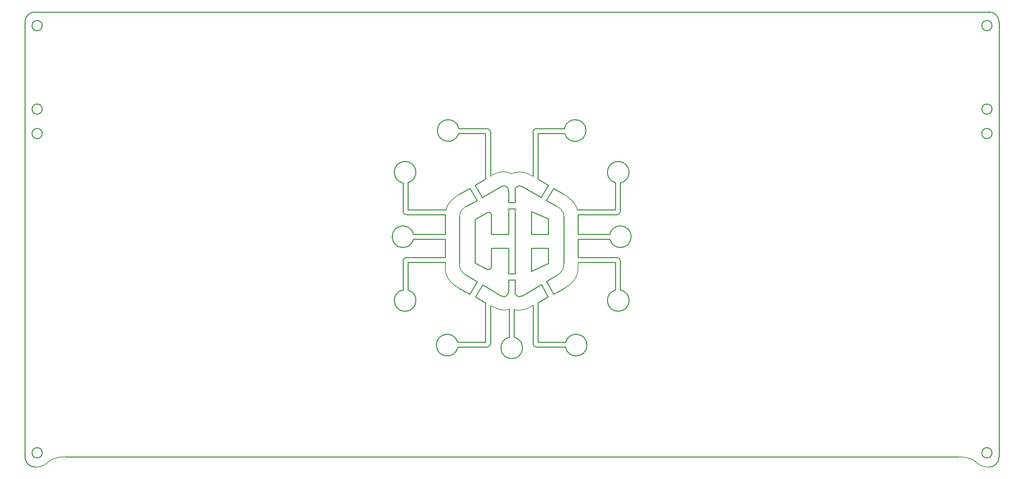
<source format=gbr>
%TF.GenerationSoftware,KiCad,Pcbnew,(5.99.0-10540-g55c1d814f9)*%
%TF.CreationDate,2021-05-27T21:14:22+02:00*%
%TF.ProjectId,plate-bottom,706c6174-652d-4626-9f74-746f6d2e6b69,1.0*%
%TF.SameCoordinates,Original*%
%TF.FileFunction,Profile,NP*%
%FSLAX46Y46*%
G04 Gerber Fmt 4.6, Leading zero omitted, Abs format (unit mm)*
G04 Created by KiCad (PCBNEW (5.99.0-10540-g55c1d814f9)) date 2021-05-27 21:14:22*
%MOMM*%
%LPD*%
G01*
G04 APERTURE LIST*
%TA.AperFunction,Profile*%
%ADD10C,0.250000*%
%TD*%
%ADD11C,0.200000*%
G04 APERTURE END LIST*
D10*
X154535212Y-97395153D02*
X158606412Y-95451796D01*
D11*
X32958750Y-145375000D02*
X33274011Y-145367828D01*
X33564829Y-145346923D01*
X33833124Y-145313201D01*
X34080820Y-145267578D01*
X34309839Y-145210968D01*
X34522104Y-145144287D01*
X34719537Y-145068450D01*
X34904062Y-144984375D01*
X35242075Y-144795166D01*
X35551523Y-144583984D01*
X35847788Y-144358154D01*
X36146250Y-144125000D01*
X36462290Y-143891845D01*
X36631708Y-143777557D01*
X36811289Y-143666015D01*
X37002954Y-143558135D01*
X37208627Y-143454833D01*
X37430231Y-143357025D01*
X37669687Y-143265625D01*
X37928919Y-143181549D01*
X38209848Y-143105712D01*
X38514398Y-143039031D01*
X38844492Y-142982421D01*
X39202051Y-142936798D01*
X39588999Y-142903076D01*
X40007257Y-142882171D01*
X40458750Y-142875000D01*
D10*
X165922118Y-94039603D02*
X165922118Y-89532812D01*
D11*
X162429243Y-101621985D02*
X162685101Y-101478397D01*
X162930260Y-101332940D01*
X163164841Y-101185442D01*
X163388969Y-101035727D01*
X163602767Y-100883623D01*
X163806358Y-100728956D01*
X163999867Y-100571552D01*
X164183417Y-100411239D01*
X164357131Y-100247842D01*
X164521132Y-100081188D01*
X164675546Y-99911104D01*
X164820494Y-99737415D01*
X164956101Y-99559949D01*
X165082490Y-99378533D01*
X165199785Y-99192991D01*
X165308110Y-99003152D01*
X165407587Y-98808841D01*
X165498340Y-98609885D01*
X165580494Y-98406110D01*
X165654171Y-98197344D01*
X165719496Y-97983411D01*
X165776591Y-97764140D01*
X165825580Y-97539356D01*
X165866587Y-97308886D01*
X165899736Y-97072556D01*
X165925150Y-96830193D01*
X165942952Y-96581624D01*
X165953267Y-96326674D01*
X165956217Y-96065170D01*
X165951926Y-95796940D01*
X165940519Y-95521808D01*
X165922118Y-95239603D01*
D10*
X150473331Y-102516478D02*
X150473331Y-99516478D01*
X175084401Y-75715586D02*
X175084401Y-82336604D01*
D11*
X154876760Y-74124757D02*
X154701073Y-74014673D01*
X154522899Y-73911035D01*
X154342577Y-73813795D01*
X154160449Y-73722905D01*
X153976855Y-73638318D01*
X153792137Y-73559985D01*
X153420693Y-73421895D01*
X153048844Y-73308252D01*
X152679318Y-73218675D01*
X152314844Y-73152783D01*
X151958150Y-73110194D01*
X151611964Y-73090528D01*
X151279014Y-73093403D01*
X150962028Y-73118437D01*
X150663735Y-73165250D01*
X150386862Y-73233460D01*
X150134139Y-73322685D01*
X149908293Y-73432545D01*
X149712052Y-73562658D01*
D10*
X144466408Y-74124757D02*
X144466408Y-63237788D01*
X156076760Y-63637788D02*
X162667414Y-63637788D01*
X154876760Y-63237788D02*
G75*
G02*
X155676760Y-62437788I800000J0D01*
G01*
D11*
X162489107Y-95451796D02*
X162480971Y-95738141D01*
X162453637Y-96025759D01*
X162402712Y-96313379D01*
X162323807Y-96599734D01*
X162253490Y-96789306D01*
X162167484Y-96977376D01*
X162064489Y-97163566D01*
X161943202Y-97347501D01*
X161802324Y-97528804D01*
X161640553Y-97707100D01*
X161456587Y-97882012D01*
X161249126Y-98053165D01*
X161016869Y-98220181D01*
X160758515Y-98382686D01*
D10*
X123858767Y-83536604D02*
G75*
G02*
X123058767Y-82736604I0J800000D01*
G01*
D11*
X133421051Y-95239603D02*
X133402649Y-95521808D01*
X133391241Y-95796940D01*
X133386951Y-96065170D01*
X133389901Y-96326674D01*
X133400215Y-96581624D01*
X133418018Y-96830193D01*
X133443431Y-97072556D01*
X133476580Y-97308886D01*
X133517587Y-97539356D01*
X133566577Y-97764140D01*
X133623672Y-97983411D01*
X133688996Y-98197344D01*
X133762673Y-98406110D01*
X133844827Y-98609885D01*
X133935581Y-98808841D01*
X134035058Y-99003152D01*
X134143382Y-99192991D01*
X134260677Y-99378533D01*
X134387066Y-99559949D01*
X134522673Y-99737415D01*
X134667622Y-99911104D01*
X134822035Y-100081188D01*
X134986037Y-100247842D01*
X135159751Y-100411239D01*
X135343300Y-100571552D01*
X135536809Y-100728956D01*
X135740401Y-100883623D01*
X135954199Y-101035727D01*
X136178327Y-101185442D01*
X136412908Y-101332940D01*
X136658066Y-101478397D01*
X136913926Y-101621985D01*
D10*
X133421051Y-89532812D02*
X133421051Y-94039603D01*
X148869838Y-82075790D02*
X148869838Y-88332812D01*
X136675754Y-63637788D02*
G75*
G02*
X136731259Y-62437788I-2550524J719256D01*
G01*
X123058767Y-94839603D02*
X123058767Y-101961077D01*
X125639949Y-89532812D02*
X133421051Y-89532812D01*
X144712379Y-88332812D02*
X144712379Y-83637669D01*
X267308749Y-37227001D02*
G75*
G03*
X267308749Y-37227001I-1250000J0D01*
G01*
X162900239Y-114778400D02*
X156080913Y-114778400D01*
X124258767Y-102000721D02*
X124258767Y-95239603D01*
X156076760Y-74812791D02*
X156076760Y-63637788D01*
X133606616Y-82336604D02*
X124258767Y-82336604D01*
X156080913Y-105089830D02*
X158596880Y-103715456D01*
X148869838Y-102516478D02*
G75*
G02*
X147211549Y-103464272I-1100000J0D01*
G01*
X158169395Y-80016198D02*
X160758515Y-81469244D01*
X141173773Y-80016198D02*
X139438553Y-77058560D01*
X165922118Y-88332812D02*
X165922118Y-83536604D01*
X155680913Y-115978400D02*
G75*
G02*
X154880913Y-115178400I0J800000D01*
G01*
X32958750Y-33875001D02*
X266558749Y-33875001D01*
X150473331Y-82075790D02*
X148869838Y-82075790D01*
X175084401Y-82336604D02*
X165736552Y-82336604D01*
X176284401Y-101961076D02*
G75*
G02*
X175084401Y-102000721I-514774J-2599521D01*
G01*
X162611909Y-62437788D02*
G75*
G02*
X162667414Y-63637788I2606029J-480744D01*
G01*
X123058767Y-75755231D02*
G75*
G02*
X124258767Y-75715586I514774J2599521D01*
G01*
X124258767Y-102000722D02*
G75*
G02*
X123058767Y-101961077I-685226J-2559875D01*
G01*
X142482096Y-79281950D02*
X147231488Y-76616530D01*
X148869838Y-88332812D02*
X144712379Y-88332812D01*
X136854062Y-95451796D02*
X136854062Y-83912584D01*
X141229424Y-99940561D02*
X138584654Y-98382686D01*
X154535212Y-82736604D02*
X154535212Y-88332812D01*
X123058767Y-75755231D02*
X123058767Y-82736604D01*
D11*
X160758515Y-81469244D02*
X160943493Y-81579572D01*
X161121289Y-81698698D01*
X161291246Y-81825947D01*
X161452710Y-81960645D01*
X161605024Y-82102118D01*
X161747533Y-82249691D01*
X161879581Y-82402689D01*
X162056605Y-82640886D01*
X162206405Y-82887497D01*
X162326768Y-83140249D01*
X162415481Y-83396864D01*
X162470331Y-83655068D01*
X162489107Y-83912584D01*
D10*
X136913926Y-101621985D02*
X139429548Y-102996171D01*
X155680913Y-115978400D02*
X162848834Y-115978400D01*
D11*
X259058749Y-142875000D02*
X259510241Y-142882171D01*
X259928499Y-142903076D01*
X260315447Y-142936798D01*
X260673006Y-142982421D01*
X261003100Y-143039031D01*
X261307650Y-143105712D01*
X261588579Y-143181549D01*
X261847811Y-143265625D01*
X262087267Y-143357025D01*
X262308871Y-143454833D01*
X262514544Y-143558135D01*
X262706209Y-143666015D01*
X262885790Y-143777557D01*
X263055208Y-143891845D01*
X263371249Y-144125000D01*
X263669710Y-144358154D01*
X263965975Y-144583984D01*
X264275423Y-144795166D01*
X264613436Y-144984375D01*
X264797961Y-145068450D01*
X264995394Y-145144287D01*
X265207659Y-145210968D01*
X265436678Y-145267578D01*
X265684374Y-145313201D01*
X265952669Y-145346923D01*
X266243487Y-145367828D01*
X266558749Y-145375000D01*
D10*
X150473330Y-77575791D02*
G75*
G02*
X152111680Y-76616530I1100001J0D01*
G01*
X150271584Y-113561428D02*
G75*
G02*
X149071584Y-113565469I-591308J-2583187D01*
G01*
X133421051Y-88332812D02*
X125639949Y-88332812D01*
X136494334Y-115978400D02*
X143662255Y-115978400D01*
X142521871Y-100701864D02*
X140746634Y-103715644D01*
X266558749Y-33875001D02*
G75*
G02*
X269058749Y-36375001I0J-2500000D01*
G01*
X162438697Y-78545284D02*
X159904616Y-77058560D01*
X143262255Y-105089830D02*
X143262255Y-114778400D01*
X124258767Y-82336604D02*
X124258767Y-75715586D01*
X149071584Y-106668965D02*
X149071584Y-113565469D01*
X143666408Y-62437788D02*
G75*
G02*
X144466408Y-63237788I0J-800000D01*
G01*
X165922118Y-83536604D02*
X175484401Y-83536604D01*
X156861073Y-79281950D02*
X158610842Y-76299515D01*
X143266408Y-63637788D02*
X143266408Y-74812791D01*
D11*
X136904471Y-78545284D02*
X136574408Y-78745490D01*
X136260262Y-78949665D01*
X135962164Y-79158009D01*
X135680244Y-79370720D01*
X135414633Y-79587999D01*
X135165461Y-79810045D01*
X134932860Y-80037057D01*
X134716958Y-80269236D01*
X134517887Y-80506780D01*
X134335777Y-80749890D01*
X134170760Y-80998765D01*
X134022964Y-81253605D01*
X133892522Y-81514609D01*
X133779562Y-81781977D01*
X133684217Y-82055909D01*
X133606616Y-82336604D01*
D10*
X150473331Y-80575790D02*
X150473331Y-77575791D01*
X34708750Y-57675001D02*
G75*
G03*
X34708750Y-57675001I-1250000J0D01*
G01*
X176284401Y-101961077D02*
X176284401Y-94839603D01*
X152111680Y-76616530D02*
X156861073Y-79281950D01*
X136675754Y-63637788D02*
X143266408Y-63637788D01*
X158212300Y-99882508D02*
X159913276Y-102996360D01*
X140732326Y-76299515D02*
X142482096Y-79281950D01*
X144712379Y-91732414D02*
X148869838Y-91732414D01*
X269058749Y-142875000D02*
G75*
G02*
X266558749Y-145375000I-2500000J0D01*
G01*
X148869838Y-98016478D02*
X150473331Y-98016478D01*
X40458750Y-142875000D02*
X259058749Y-142875000D01*
X150271584Y-113561428D02*
X150271584Y-106752505D01*
X176284401Y-82736604D02*
X176284401Y-75755231D01*
X123058767Y-94839603D02*
G75*
G02*
X123858767Y-94039603I800000J0D01*
G01*
X148869838Y-99516478D02*
X148869838Y-102516478D01*
X154535212Y-88332812D02*
X158606412Y-88332812D01*
X162489107Y-83912584D02*
X162489107Y-95451796D01*
D11*
X138584654Y-98382686D02*
X138326299Y-98220181D01*
X138094042Y-98053165D01*
X137886581Y-97882012D01*
X137702615Y-97707100D01*
X137540844Y-97528804D01*
X137399966Y-97347501D01*
X137278679Y-97163566D01*
X137175684Y-96977376D01*
X137089678Y-96789306D01*
X137019361Y-96599734D01*
X136940456Y-96313379D01*
X136889531Y-96025759D01*
X136862197Y-95738141D01*
X136854062Y-95451796D01*
D10*
X124258767Y-95239603D02*
X133421051Y-95239603D01*
X154535212Y-91732414D02*
X154535212Y-97395153D01*
D11*
X150271584Y-106752505D02*
X150546820Y-106848035D01*
X150755166Y-106894683D01*
X150981982Y-106926786D01*
X151226055Y-106943559D01*
X151486172Y-106944218D01*
X151761119Y-106927982D01*
X152049684Y-106894064D01*
X152350655Y-106841683D01*
X152662817Y-106770054D01*
X152984958Y-106678393D01*
X153315866Y-106565917D01*
X153654327Y-106431842D01*
X153999129Y-106275385D01*
X154349058Y-106095761D01*
X154525566Y-105997017D01*
X154702902Y-105892187D01*
X154880913Y-105781175D01*
D10*
X154880913Y-105781175D02*
X154880913Y-115178400D01*
X158606412Y-88332812D02*
X158606412Y-84533178D01*
D11*
X136854062Y-83912584D02*
X136872837Y-83655068D01*
X136927687Y-83396864D01*
X137016400Y-83140249D01*
X137136763Y-82887497D01*
X137286563Y-82640886D01*
X137463587Y-82402689D01*
X137595635Y-82249691D01*
X137738144Y-82102118D01*
X137890458Y-81960645D01*
X138051922Y-81825947D01*
X138221879Y-81698698D01*
X138399675Y-81579572D01*
X138584654Y-81469244D01*
D10*
X133421051Y-94039603D02*
X123858767Y-94039603D01*
X173703219Y-88332812D02*
X165922118Y-88332812D01*
X158610842Y-76299515D02*
X156076760Y-74812791D01*
X165922118Y-89532812D02*
X173703219Y-89532812D01*
X158606412Y-91732414D02*
X154535212Y-91732414D01*
X150473331Y-99516478D02*
X148869838Y-99516478D01*
X154876760Y-63237788D02*
X154876760Y-74124757D01*
X176284401Y-82736604D02*
G75*
G02*
X175484401Y-83536604I-800000J0D01*
G01*
X148869838Y-77575791D02*
X148869838Y-80575790D01*
X140746634Y-103715644D02*
X143262255Y-105089830D01*
X34708750Y-63675001D02*
G75*
G03*
X34708750Y-63675001I-1250000J0D01*
G01*
X148869838Y-91732414D02*
X148869838Y-98016478D01*
X138584654Y-81469244D02*
X141173773Y-80016198D01*
X147211549Y-103464272D02*
X142521871Y-100701864D01*
X139438553Y-77058560D02*
X136904471Y-78545284D01*
D11*
X144462255Y-105781175D02*
X144816511Y-105944020D01*
X145149937Y-106098749D01*
X145465107Y-106244035D01*
X145764593Y-106378548D01*
X146050967Y-106500960D01*
X146326803Y-106609943D01*
X146594674Y-106704170D01*
X146857152Y-106782310D01*
X147116810Y-106843037D01*
X147376221Y-106885022D01*
X147637959Y-106906936D01*
X147904595Y-106907452D01*
X148178702Y-106885241D01*
X148462854Y-106838975D01*
X148759624Y-106767326D01*
X149071584Y-106668965D01*
D10*
X158606412Y-84533178D02*
X154535212Y-82736604D01*
X143666408Y-62437788D02*
X136731259Y-62437788D01*
X123858767Y-83536604D02*
X133421051Y-83536604D01*
X143262255Y-114778400D02*
X136442930Y-114778400D01*
X160758515Y-98382686D02*
X158212300Y-99882508D01*
X156080913Y-114778400D02*
X156080913Y-105089830D01*
X158606412Y-95451796D02*
X158606412Y-91732414D01*
X159904616Y-77058560D02*
X158169395Y-80016198D01*
X148869838Y-80575790D02*
X150473331Y-80575790D01*
X267308749Y-57675001D02*
G75*
G03*
X267308749Y-57675001I-1250000J0D01*
G01*
X143266408Y-74812791D02*
X140732326Y-76299515D01*
X133421051Y-83536604D02*
X133421051Y-88332812D01*
X139429548Y-102996171D02*
X141229424Y-99940561D01*
X34708750Y-37227001D02*
G75*
G03*
X34708750Y-37227001I-1250000J0D01*
G01*
X269058749Y-36375001D02*
X269058749Y-142875000D01*
X175484401Y-94039603D02*
G75*
G02*
X176284401Y-94839603I0J-800000D01*
G01*
X144462255Y-115178400D02*
X144462255Y-105781175D01*
X175084401Y-95239603D02*
X175084401Y-102000721D01*
X144462255Y-115178400D02*
G75*
G02*
X143662255Y-115978400I-800000J0D01*
G01*
X30458750Y-36375001D02*
G75*
G02*
X32958750Y-33875001I2500000J0D01*
G01*
X165922118Y-95239603D02*
X175084401Y-95239603D01*
X34708750Y-141875000D02*
G75*
G03*
X34708750Y-141875000I-1250000J0D01*
G01*
X30458750Y-142875000D02*
X30458750Y-36375001D01*
X32958750Y-145375000D02*
G75*
G02*
X30458750Y-142875000I0J2500000D01*
G01*
X143673885Y-83024952D02*
X140688529Y-84674205D01*
X267308749Y-63675001D02*
G75*
G03*
X267308749Y-63675001I-1250000J0D01*
G01*
X162611909Y-62437788D02*
X155676760Y-62437788D01*
X175484401Y-94039603D02*
X165922118Y-94039603D01*
X173703219Y-88332812D02*
G75*
G02*
X173703219Y-89532812I2581182J-600000D01*
G01*
X175084401Y-75715586D02*
G75*
G02*
X176284401Y-75755231I685226J2559876D01*
G01*
X136494334Y-115978400D02*
G75*
G02*
X136442930Y-114778400I-2604391J489537D01*
G01*
X125639949Y-89532812D02*
G75*
G02*
X125639949Y-88332812I-2581182J600000D01*
G01*
X144712379Y-96291783D02*
G75*
G02*
X143687051Y-96911591I-700000J0D01*
G01*
X159913276Y-102996360D02*
X162429243Y-101621985D01*
D11*
X149712052Y-73562658D02*
X149417274Y-73418494D01*
X149110624Y-73298519D01*
X148793700Y-73202673D01*
X148468102Y-73130896D01*
X148135427Y-73083125D01*
X147797277Y-73059301D01*
X147455250Y-73059363D01*
X147110945Y-73083249D01*
X146765961Y-73130900D01*
X146421898Y-73202255D01*
X146080354Y-73297252D01*
X145742930Y-73415832D01*
X145411224Y-73557933D01*
X145086836Y-73723494D01*
X144771364Y-73912456D01*
X144466408Y-74124757D01*
D10*
X140688529Y-84674205D02*
X140688529Y-95337711D01*
X156919177Y-100644209D02*
X152131620Y-103464272D01*
X152131620Y-103464272D02*
G75*
G02*
X150473331Y-102516478I-558289J947794D01*
G01*
X267308749Y-141875000D02*
G75*
G03*
X267308749Y-141875000I-1250000J0D01*
G01*
X150473331Y-98016478D02*
X150473331Y-82075790D01*
X144712379Y-96291783D02*
X144712379Y-91732414D01*
X158596880Y-103715456D02*
X156919177Y-100644209D01*
D11*
X165736552Y-82336604D02*
X165658950Y-82055909D01*
X165563605Y-81781977D01*
X165450646Y-81514609D01*
X165320203Y-81253605D01*
X165172408Y-80998765D01*
X165007390Y-80749890D01*
X164825281Y-80506780D01*
X164626210Y-80269236D01*
X164410308Y-80037057D01*
X164177706Y-79810045D01*
X163928535Y-79587999D01*
X163662924Y-79370720D01*
X163381004Y-79158009D01*
X163082906Y-78949665D01*
X162768760Y-78745490D01*
X162438697Y-78545284D01*
D10*
X162900238Y-114778400D02*
G75*
G02*
X162848834Y-115978400I2552988J-710463D01*
G01*
X143673885Y-83024952D02*
G75*
G02*
X144712379Y-83637669I338494J-612717D01*
G01*
X140688529Y-95337711D02*
X143687051Y-96911591D01*
X147231489Y-76616531D02*
G75*
G02*
X148869838Y-77575791I538349J-959260D01*
G01*
M02*

</source>
